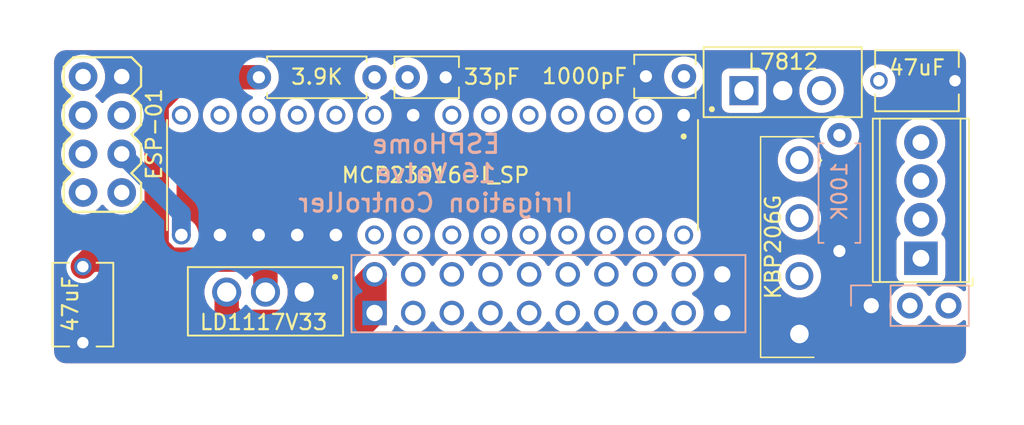
<source format=kicad_pcb>
(kicad_pcb (version 20171130) (host pcbnew "(5.1.12)-1")
  (layers (0 F.Cu signal) (1 In1.Cu signal) (2 In2.Cu signal) (31 B.Cu signal) (34 B.Paste user hide) (35 F.Paste user hide) (36 B.SilkS user) (37 F.SilkS user) (38 B.Mask user hide) (39 F.Mask user hide) (44 Edge.Cuts user))
  (net 0 "")
  (net 1 GND)
  (net 2 "Net-(BR1-Pad3)")
  (net 3 "Net-(BR1-Pad2)")
  (net 4 +24V)
  (net 5 "Net-(C2-Pad1)")
  (net 6 +5V)
  (net 7 "Net-(C4-Pad1)")
  (net 8 D16)
  (net 9 D15)
  (net 10 D14)
  (net 11 D13)
  (net 12 D12)
  (net 13 D11)
  (net 14 D10)
  (net 15 D9)
  (net 16 D8)
  (net 17 D7)
  (net 18 D6)
  (net 19 D5)
  (net 20 D4)
  (net 21 D3)
  (net 22 D2)
  (net 23 D1)
  (net 24 +3V3)
  (net 25 GPIO0)
  (net 26 GPIO2)
  (module "SnapEDA Library:ESP-01" (layer F.Cu) (at 122.301 119.333 270)
    (fp_text reference U3)
    (fp_text value ESP-01 (at -0.033 -3.399 90) (layer F.SilkS))
    (fp_line (start -4.445 2.54) (end -3.175 2.54) (layer F.SilkS) (width 0.1524))
    (fp_line (start -1.905 2.54) (end -0.635 2.54) (layer F.SilkS) (width 0.1524))
    (fp_line (start 0.635 2.54) (end 1.905 2.54) (layer F.SilkS) (width 0.1524))
    (fp_line (start 3.175 2.54) (end 4.445 2.54) (layer F.SilkS) (width 0.1524))
    (fp_line (start 5.08 -1.905) (end 5.08 1.905) (layer F.SilkS) (width 0.1524))
    (fp_line (start 4.445 -2.54) (end 5.08 -1.905) (layer F.SilkS) (width 0.1524))
    (fp_line (start 3.175 -2.54) (end 4.445 -2.54) (layer F.SilkS) (width 0.1524))
    (fp_line (start 2.54 -1.905) (end 3.175 -2.54) (layer F.SilkS) (width 0.1524))
    (fp_line (start 1.905 -2.54) (end 2.54 -1.905) (layer F.SilkS) (width 0.1524))
    (fp_line (start 0.635 -2.54) (end 1.905 -2.54) (layer F.SilkS) (width 0.1524))
    (fp_line (start 0 -1.905) (end 0.635 -2.54) (layer F.SilkS) (width 0.1524))
    (fp_line (start -0.635 -2.54) (end 0 -1.905) (layer F.SilkS) (width 0.1524))
    (fp_line (start -1.905 -2.54) (end -0.635 -2.54) (layer F.SilkS) (width 0.1524))
    (fp_line (start -2.54 -1.905) (end -1.905 -2.54) (layer F.SilkS) (width 0.1524))
    (fp_line (start -3.175 -2.54) (end -2.54 -1.905) (layer F.SilkS) (width 0.1524))
    (fp_line (start -4.445 -2.54) (end -3.175 -2.54) (layer F.SilkS) (width 0.1524))
    (fp_line (start -5.08 -1.905) (end -4.445 -2.54) (layer F.SilkS) (width 0.1524))
    (fp_line (start -5.08 1.905) (end -5.08 -1.905) (layer F.SilkS) (width 0.1524))
    (fp_line (start 4.445 2.54) (end 5.08 1.905) (layer F.SilkS) (width 0.1524))
    (fp_line (start 2.54 1.905) (end 3.175 2.54) (layer F.SilkS) (width 0.1524))
    (fp_line (start 1.905 2.54) (end 2.54 1.905) (layer F.SilkS) (width 0.1524))
    (fp_line (start 0 1.905) (end 0.635 2.54) (layer F.SilkS) (width 0.1524))
    (fp_line (start -0.635 2.54) (end 0 1.905) (layer F.SilkS) (width 0.1524))
    (fp_line (start -2.54 1.905) (end -1.905 2.54) (layer F.SilkS) (width 0.1524))
    (fp_line (start -3.175 2.54) (end -2.54 1.905) (layer F.SilkS) (width 0.1524))
    (fp_line (start -5.08 1.905) (end -4.445 2.54) (layer F.SilkS) (width 0.1524))
    (pad 8 thru_hole circle (at 3.81 -1.27 270) (size 1.8796 1.8796) (drill 1.016) (layers *.Cu *.Mask))
    (pad 7 thru_hole circle (at 3.81 1.27 270) (size 1.8796 1.8796) (drill 1.016) (layers *.Cu *.Mask) (net 24 +3V3))
    (pad 6 thru_hole circle (at 1.27 -1.27 270) (size 1.8796 1.8796) (drill 1.016) (layers *.Cu *.Mask) (net 25 GPIO0))
    (pad 5 thru_hole circle (at 1.27 1.27 270) (size 1.8796 1.8796) (drill 1.016) (layers *.Cu *.Mask))
    (pad 4 thru_hole circle (at -1.27 -1.27 270) (size 1.8796 1.8796) (drill 1.016) (layers *.Cu *.Mask) (net 26 GPIO2))
    (pad 3 thru_hole circle (at -1.27 1.27 270) (size 1.8796 1.8796) (drill 1.016) (layers *.Cu *.Mask) (net 24 +3V3))
    (pad 2 thru_hole circle (at -3.81 -1.27 270) (size 1.8796 1.8796) (drill 1.016) (layers *.Cu *.Mask) (net 1 GND))
    (pad 1 thru_hole circle (at -3.81 1.27 270) (size 1.8796 1.8796) (drill 1.016) (layers *.Cu *.Mask))
  )
  (module "SnapEDA Library:CAP_RDEC71E476MWK1H03B" (layer F.Cu) (at 121.01576 130.51536 90)
    (fp_text reference C3)
    (fp_text value 47uF (at 0.03556 -0.82296 90) (layer F.SilkS))
    (fp_line (start 2.75 2) (end -2.75 2) (layer F.SilkS) (width 0.127))
    (fp_line (start 2.75 -2) (end -2.75 -2) (layer F.SilkS) (width 0.127))
    (fp_line (start -2.75 -2) (end -2.75 -0.9) (layer F.SilkS) (width 0.127))
    (fp_line (start -2.75 0.9) (end -2.75 2) (layer F.SilkS) (width 0.127))
    (fp_line (start 2.75 -2) (end 2.75 -0.9) (layer F.SilkS) (width 0.127))
    (fp_line (start 2.75 0.9) (end 2.75 2) (layer F.SilkS) (width 0.127))
    (pad 2 thru_hole circle (at 2.5 0 90) (size 1.15 1.15) (drill 0.75) (layers *.Cu *.Mask) (net 24 +3V3))
    (pad 1 thru_hole circle (at -2.5 0 90) (size 1.15 1.15) (drill 0.75) (layers *.Cu *.Mask) (net 1 GND))
  )
  (module "SnapEDA Library:CAP_RDEC71E476MWK1H03B" (layer F.Cu) (at 175.8442 115.7986)
    (fp_text reference C2)
    (fp_text value 47uF (at 0 -0.8636) (layer F.SilkS))
    (fp_line (start 2.75 2) (end -2.75 2) (layer F.SilkS) (width 0.127))
    (fp_line (start 2.75 -2) (end -2.75 -2) (layer F.SilkS) (width 0.127))
    (fp_line (start -2.75 -2) (end -2.75 -0.9) (layer F.SilkS) (width 0.127))
    (fp_line (start -2.75 0.9) (end -2.75 2) (layer F.SilkS) (width 0.127))
    (fp_line (start 2.75 -2) (end 2.75 -0.9) (layer F.SilkS) (width 0.127))
    (fp_line (start 2.75 0.9) (end 2.75 2) (layer F.SilkS) (width 0.127))
    (pad 2 thru_hole circle (at 2.5 0) (size 1.15 1.15) (drill 0.75) (layers *.Cu *.Mask) (net 1 GND))
    (pad 1 thru_hole circle (at -2.5 0) (size 1.15 1.15) (drill 0.75) (layers *.Cu *.Mask) (net 5 "Net-(C2-Pad1)"))
  )
  (module "SnapEDA Library:SULLINS_PPPC102LFBN-RC" (layer B.Cu) (at 151.62 129.794 180)
    (fp_text reference J3 hide)
    (fp_text value "Relay Board" hide)
    (fp_line (start 12.95 2.54) (end -12.95 2.54) (layer B.SilkS) (width 0.127))
    (fp_line (start 12.95 -2.54) (end 12.95 2.54) (layer B.SilkS) (width 0.127))
    (fp_line (start -12.95 -2.54) (end 12.95 -2.54) (layer B.SilkS) (width 0.127))
    (fp_line (start -12.95 2.54) (end -12.95 -2.54) (layer B.SilkS) (width 0.127))
    (pad 20 thru_hole circle (at -11.43 1.27 180) (size 1.605 1.605) (drill 1.07) (layers *.Cu *.Mask) (net 1 GND))
    (pad 19 thru_hole circle (at -11.43 -1.27 180) (size 1.605 1.605) (drill 1.07) (layers *.Cu *.Mask) (net 1 GND))
    (pad 18 thru_hole circle (at -8.89 1.27 180) (size 1.605 1.605) (drill 1.07) (layers *.Cu *.Mask) (net 8 D16))
    (pad 17 thru_hole circle (at -8.89 -1.27 180) (size 1.605 1.605) (drill 1.07) (layers *.Cu *.Mask) (net 16 D8))
    (pad 16 thru_hole circle (at -6.35 1.27 180) (size 1.605 1.605) (drill 1.07) (layers *.Cu *.Mask) (net 9 D15))
    (pad 15 thru_hole circle (at -6.35 -1.27 180) (size 1.605 1.605) (drill 1.07) (layers *.Cu *.Mask) (net 17 D7))
    (pad 14 thru_hole circle (at -3.81 1.27 180) (size 1.605 1.605) (drill 1.07) (layers *.Cu *.Mask) (net 10 D14))
    (pad 13 thru_hole circle (at -3.81 -1.27 180) (size 1.605 1.605) (drill 1.07) (layers *.Cu *.Mask) (net 18 D6))
    (pad 12 thru_hole circle (at -1.27 1.27 180) (size 1.605 1.605) (drill 1.07) (layers *.Cu *.Mask) (net 11 D13))
    (pad 11 thru_hole circle (at -1.27 -1.27 180) (size 1.605 1.605) (drill 1.07) (layers *.Cu *.Mask) (net 19 D5))
    (pad 10 thru_hole circle (at 1.27 1.27 180) (size 1.605 1.605) (drill 1.07) (layers *.Cu *.Mask) (net 12 D12))
    (pad 9 thru_hole circle (at 1.27 -1.27 180) (size 1.605 1.605) (drill 1.07) (layers *.Cu *.Mask) (net 20 D4))
    (pad 8 thru_hole circle (at 3.81 1.27 180) (size 1.605 1.605) (drill 1.07) (layers *.Cu *.Mask) (net 13 D11))
    (pad 7 thru_hole circle (at 3.81 -1.27 180) (size 1.605 1.605) (drill 1.07) (layers *.Cu *.Mask) (net 21 D3))
    (pad 6 thru_hole circle (at 6.35 1.27 180) (size 1.605 1.605) (drill 1.07) (layers *.Cu *.Mask) (net 14 D10))
    (pad 5 thru_hole circle (at 6.35 -1.27 180) (size 1.605 1.605) (drill 1.07) (layers *.Cu *.Mask) (net 22 D2))
    (pad 4 thru_hole circle (at 8.89 1.27 180) (size 1.605 1.605) (drill 1.07) (layers *.Cu *.Mask) (net 15 D9))
    (pad 3 thru_hole circle (at 8.89 -1.27 180) (size 1.605 1.605) (drill 1.07) (layers *.Cu *.Mask) (net 23 D1))
    (pad 2 thru_hole circle (at 11.43 1.27 180) (size 1.605 1.605) (drill 1.07) (layers *.Cu *.Mask) (net 6 +5V))
    (pad 1 thru_hole rect (at 11.43 -1.27 180) (size 1.605 1.605) (drill 1.07) (layers *.Cu *.Mask) (net 6 +5V))
  )
  (module "SnapEDA Library:TO255P1020X450X1968-3" (layer F.Cu) (at 133.0198 130.29692 180)
    (fp_text reference U4 hide)
    (fp_text value LD1117V33 (at 0.11938 -1.3716 180) (layer F.SilkS))
    (fp_line (start -5.1 2.25) (end -5.1 -2.25) (layer F.SilkS) (width 0.127))
    (fp_line (start -5.1 -2.25) (end 5.1 -2.25) (layer F.SilkS) (width 0.127))
    (fp_line (start 5.1 2.25) (end -5.1 2.25) (layer F.SilkS) (width 0.127))
    (fp_line (start 5.1 -2.25) (end 5.1 2.25) (layer F.SilkS) (width 0.127))
    (fp_circle (center -4.572 1.6002) (end -4.472 1.6002) (layer F.SilkS) (width 0.2))
    (pad 1 thru_hole rect (at -2.55 0.605 180) (size 1.91 1.91) (drill 1.27) (layers *.Cu *.Mask) (net 1 GND))
    (pad 2 thru_hole circle (at 0 0.605 180) (size 1.91 1.91) (drill 1.27) (layers *.Cu *.Mask) (net 24 +3V3))
    (pad 3 thru_hole circle (at 2.55 0.605 180) (size 1.91 1.91) (drill 1.27) (layers *.Cu *.Mask) (net 6 +5V))
  )
  (module "SnapEDA Library:DIP787W46P254L3467H508Q28" (layer F.Cu) (at 144 122 270)
    (fp_text reference U5)
    (fp_text value MCP23016-I_SP (at 0 -0.2 180) (layer F.SilkS))
    (fp_circle (center -2.54 -16.51) (end -2.44 -16.51) (layer F.SilkS) (width 0.2))
    (fp_line (start -3.62 17.45) (end 3.62 17.45) (layer F.SilkS) (width 0.127))
    (fp_line (start -3.62 -17.45) (end 3.62 -17.45) (layer F.SilkS) (width 0.127))
    (pad 28 thru_hole circle (at 3.937 -16.51 270) (size 1.243 1.243) (drill 0.83) (layers *.Cu *.Mask) (net 8 D16))
    (pad 27 thru_hole circle (at 3.937 -13.97 270) (size 1.243 1.243) (drill 0.83) (layers *.Cu *.Mask) (net 9 D15))
    (pad 26 thru_hole circle (at 3.937 -11.43 270) (size 1.243 1.243) (drill 0.83) (layers *.Cu *.Mask) (net 10 D14))
    (pad 25 thru_hole circle (at 3.937 -8.89 270) (size 1.243 1.243) (drill 0.83) (layers *.Cu *.Mask) (net 11 D13))
    (pad 24 thru_hole circle (at 3.937 -6.35 270) (size 1.243 1.243) (drill 0.83) (layers *.Cu *.Mask) (net 12 D12))
    (pad 23 thru_hole circle (at 3.937 -3.81 270) (size 1.243 1.243) (drill 0.83) (layers *.Cu *.Mask) (net 13 D11))
    (pad 22 thru_hole circle (at 3.937 -1.27 270) (size 1.243 1.243) (drill 0.83) (layers *.Cu *.Mask) (net 14 D10))
    (pad 21 thru_hole circle (at 3.937 1.27 270) (size 1.243 1.243) (drill 0.83) (layers *.Cu *.Mask) (net 15 D9))
    (pad 20 thru_hole circle (at 3.937 3.81 270) (size 1.243 1.243) (drill 0.83) (layers *.Cu *.Mask) (net 24 +3V3))
    (pad 19 thru_hole circle (at 3.937 6.35 270) (size 1.243 1.243) (drill 0.83) (layers *.Cu *.Mask) (net 1 GND))
    (pad 18 thru_hole circle (at 3.937 8.89 270) (size 1.243 1.243) (drill 0.83) (layers *.Cu *.Mask) (net 1 GND))
    (pad 17 thru_hole circle (at 3.937 11.43 270) (size 1.243 1.243) (drill 0.83) (layers *.Cu *.Mask) (net 1 GND))
    (pad 16 thru_hole circle (at 3.937 13.97 270) (size 1.243 1.243) (drill 0.83) (layers *.Cu *.Mask) (net 1 GND))
    (pad 15 thru_hole circle (at 3.937 16.51 270) (size 1.243 1.243) (drill 0.83) (layers *.Cu *.Mask) (net 25 GPIO0))
    (pad 14 thru_hole circle (at -3.937 16.51 270) (size 1.243 1.243) (drill 0.83) (layers *.Cu *.Mask) (net 26 GPIO2))
    (pad 13 thru_hole circle (at -3.937 13.97 270) (size 1.243 1.243) (drill 0.83) (layers *.Cu *.Mask) (net 20 D4))
    (pad 12 thru_hole circle (at -3.937 11.43 270) (size 1.243 1.243) (drill 0.83) (layers *.Cu *.Mask) (net 21 D3))
    (pad 11 thru_hole circle (at -3.937 8.89 270) (size 1.243 1.243) (drill 0.83) (layers *.Cu *.Mask) (net 22 D2))
    (pad 10 thru_hole circle (at -3.937 6.35 270) (size 1.243 1.243) (drill 0.83) (layers *.Cu *.Mask))
    (pad 9 thru_hole circle (at -3.937 3.81 270) (size 1.243 1.243) (drill 0.83) (layers *.Cu *.Mask) (net 7 "Net-(C4-Pad1)"))
    (pad 8 thru_hole circle (at -3.937 1.27 270) (size 1.243 1.243) (drill 0.83) (layers *.Cu *.Mask) (net 1 GND))
    (pad 7 thru_hole circle (at -3.937 -1.27 270) (size 1.243 1.243) (drill 0.83) (layers *.Cu *.Mask) (net 23 D1))
    (pad 6 thru_hole circle (at -3.937 -3.81 270) (size 1.243 1.243) (drill 0.83) (layers *.Cu *.Mask))
    (pad 5 thru_hole circle (at -3.937 -6.35 270) (size 1.243 1.243) (drill 0.83) (layers *.Cu *.Mask) (net 16 D8))
    (pad 4 thru_hole circle (at -3.937 -8.89 270) (size 1.243 1.243) (drill 0.83) (layers *.Cu *.Mask) (net 17 D7))
    (pad 3 thru_hole circle (at -3.937 -11.43 270) (size 1.243 1.243) (drill 0.83) (layers *.Cu *.Mask) (net 18 D6))
    (pad 2 thru_hole circle (at -3.937 -13.97 270) (size 1.243 1.243) (drill 0.83) (layers *.Cu *.Mask) (net 19 D5))
    (pad 1 thru_hole rect (at -3.937 -16.51 270) (size 1.243 1.243) (drill 0.83) (layers *.Cu *.Mask) (net 1 GND))
  )
  (module "SnapEDA Library:TO255P1040X460X1968-3" (layer F.Cu) (at 164.47008 116.44884)
    (fp_text reference U1)
    (fp_text value L7812 (at 2.5715 -1.894 180) (layer F.SilkS))
    (fp_circle (center -2.1082 1.2192) (end -2.0082 1.2192) (layer F.SilkS) (width 0.2))
    (fp_line (start 7.75 1.74) (end -2.65 1.74) (layer F.SilkS) (width 0.127))
    (fp_line (start 7.75 -2.86) (end 7.75 1.74) (layer F.SilkS) (width 0.127))
    (fp_line (start -2.65 -2.86) (end 7.75 -2.86) (layer F.SilkS) (width 0.127))
    (fp_line (start -2.65 1.74) (end -2.65 -2.86) (layer F.SilkS) (width 0.127))
    (pad 3 thru_hole circle (at 5.1 0) (size 1.91 1.91) (drill 1.27) (layers *.Cu *.Mask) (net 5 "Net-(C2-Pad1)"))
    (pad 2 thru_hole circle (at 2.55 0) (size 1.91 1.91) (drill 1.27) (layers *.Cu *.Mask) (net 1 GND))
    (pad 1 thru_hole rect (at 0 0) (size 1.91 1.91) (drill 1.27) (layers *.Cu *.Mask) (net 4 +24V))
  )
  (module TerminalBlock_Phoenix:TerminalBlock_Phoenix_MPT-0,5-4-2.54_1x04_P2.54mm_Horizontal (layer F.Cu) (at 176.10328 127.46736 90)
    (fp_text reference J1 hide)
    (fp_text value "AC In/Out" hide)
    (fp_line (start -1.56 2.6) (end 9.18 2.6) (layer F.SilkS) (width 0.12))
    (fp_line (start -1.56 -2.7) (end 9.18 -2.7) (layer F.SilkS) (width 0.12))
    (fp_line (start -1.56 -3.16) (end 9.18 -3.16) (layer F.SilkS) (width 0.12))
    (fp_line (start -1.56 3.16) (end 9.18 3.16) (layer F.SilkS) (width 0.12))
    (fp_line (start -1.56 -3.16) (end -1.56 3.16) (layer F.SilkS) (width 0.12))
    (fp_line (start 9.18 -3.16) (end 9.18 3.16) (layer F.SilkS) (width 0.12))
    (fp_line (start -1.8 2.66) (end -1.8 3.4) (layer F.SilkS) (width 0.12))
    (fp_line (start -1.8 3.4) (end -1.3 3.4) (layer F.SilkS) (width 0.12))
    (pad 4 thru_hole circle (at 7.62 0 90) (size 2.2 2.2) (drill 1.1) (layers *.Cu *.Mask) (net 3 "Net-(BR1-Pad2)"))
    (pad 3 thru_hole circle (at 5.08 0 90) (size 2.2 2.2) (drill 1.1) (layers *.Cu *.Mask) (net 2 "Net-(BR1-Pad3)"))
    (pad 2 thru_hole circle (at 2.54 0 90) (size 2.2 2.2) (drill 1.1) (layers *.Cu *.Mask) (net 3 "Net-(BR1-Pad2)"))
    (pad 1 thru_hole rect (at 0 0 90) (size 2.2 2.2) (drill 1.1) (layers *.Cu *.Mask) (net 2 "Net-(BR1-Pad3)"))
  )
  (module Capacitor_THT:C_Disc_D3.8mm_W2.6mm_P2.50mm (layer F.Cu) (at 160.528 115.5065 180)
    (fp_text reference C1)
    (fp_text value 1000pF (at 6.528 0.0065 180) (layer F.SilkS))
    (fp_line (start -0.77 -1.42) (end 3.27 -1.42) (layer F.SilkS) (width 0.12))
    (fp_line (start -0.77 1.42) (end 3.27 1.42) (layer F.SilkS) (width 0.12))
    (fp_line (start -0.77 -1.42) (end -0.77 -0.795) (layer F.SilkS) (width 0.12))
    (fp_line (start -0.77 0.795) (end -0.77 1.42) (layer F.SilkS) (width 0.12))
    (fp_line (start 3.27 -1.42) (end 3.27 -0.795) (layer F.SilkS) (width 0.12))
    (fp_line (start 3.27 0.795) (end 3.27 1.42) (layer F.SilkS) (width 0.12))
    (pad 2 thru_hole circle (at 2.5 0 180) (size 1.6 1.6) (drill 0.8) (layers *.Cu *.Mask) (net 1 GND))
    (pad 1 thru_hole circle (at 0 0 180) (size 1.6 1.6) (drill 0.8) (layers *.Cu *.Mask) (net 4 +24V))
  )
  (module Resistor_THT:R_Axial_DIN0207_L6.3mm_D2.5mm_P7.62mm_Horizontal (layer F.Cu) (at 132.588 115.57)
    (fp_text reference R2)
    (fp_text value 3.9K (at 3.812 -0.03) (layer F.SilkS))
    (fp_line (start 7.08 1.37) (end 7.08 1.04) (layer F.SilkS) (width 0.12))
    (fp_line (start 0.54 1.37) (end 7.08 1.37) (layer F.SilkS) (width 0.12))
    (fp_line (start 0.54 1.04) (end 0.54 1.37) (layer F.SilkS) (width 0.12))
    (fp_line (start 7.08 -1.37) (end 7.08 -1.04) (layer F.SilkS) (width 0.12))
    (fp_line (start 0.54 -1.37) (end 7.08 -1.37) (layer F.SilkS) (width 0.12))
    (fp_line (start 0.54 -1.04) (end 0.54 -1.37) (layer F.SilkS) (width 0.12))
    (pad 2 thru_hole oval (at 7.602 0) (size 1.6 1.6) (drill 0.8) (layers *.Cu *.Mask) (net 7 "Net-(C4-Pad1)"))
    (pad 1 thru_hole circle (at 0 0) (size 1.6 1.6) (drill 0.8) (layers *.Cu *.Mask) (net 24 +3V3))
  )
  (module Resistor_THT:R_Axial_DIN0207_L6.3mm_D2.5mm_P7.62mm_Horizontal (layer B.Cu) (at 170.74642 119.37238 270)
    (fp_text reference R1 hide)
    (fp_text value 100K (at 3.7 -0.004 90) (layer B.SilkS) (effects (justify mirror)))
    (fp_line (start 0.54 1.04) (end 0.54 1.37) (layer B.SilkS) (width 0.12))
    (fp_line (start 0.54 1.37) (end 7.08 1.37) (layer B.SilkS) (width 0.12))
    (fp_line (start 7.08 1.37) (end 7.08 1.04) (layer B.SilkS) (width 0.12))
    (fp_line (start 0.54 -1.04) (end 0.54 -1.37) (layer B.SilkS) (width 0.12))
    (fp_line (start 0.54 -1.37) (end 7.08 -1.37) (layer B.SilkS) (width 0.12))
    (fp_line (start 7.08 -1.37) (end 7.08 -1.04) (layer B.SilkS) (width 0.12))
    (pad 1 thru_hole circle (at 0 0 270) (size 1.6 1.6) (drill 0.8) (layers *.Cu *.Mask) (net 4 +24V))
    (pad 2 thru_hole oval (at 7.62 0 270) (size 1.6 1.6) (drill 0.8) (layers *.Cu *.Mask) (net 1 GND))
  )
  (module Connector_PinHeader_2.54mm:PinHeader_1x03_P2.54mm_Vertical (layer B.Cu) (at 172.83938 130.5814 270)
    (fp_text reference J2 hide)
    (fp_text value "Relay Board" hide)
    (fp_line (start -1.33 1.33) (end 0 1.33) (layer B.SilkS) (width 0.12))
    (fp_line (start -1.33 0) (end -1.33 1.33) (layer B.SilkS) (width 0.12))
    (fp_line (start -1.33 -1.27) (end 1.33 -1.27) (layer B.SilkS) (width 0.12))
    (fp_line (start 1.33 -1.27) (end 1.33 -6.41) (layer B.SilkS) (width 0.12))
    (fp_line (start -1.33 -1.27) (end -1.33 -6.41) (layer B.SilkS) (width 0.12))
    (fp_line (start -1.33 -6.41) (end 1.33 -6.41) (layer B.SilkS) (width 0.12))
    (pad 3 thru_hole oval (at 0 -5.08 270) (size 1.7 1.7) (drill 1) (layers *.Cu *.Mask) (net 5 "Net-(C2-Pad1)"))
    (pad 2 thru_hole oval (at 0 -2.54 270) (size 1.7 1.7) (drill 1) (layers *.Cu *.Mask))
    (pad 1 thru_hole rect (at 0 0 270) (size 1.7 1.7) (drill 1) (layers *.Cu *.Mask) (net 1 GND))
  )
  (module Capacitor_THT:C_Rect_L4.0mm_W2.5mm_P2.50mm (layer F.Cu) (at 142.367 115.57)
    (fp_text reference C4)
    (fp_text value 33pF (at 5.533 -0.03) (layer F.SilkS))
    (fp_line (start 3.37 0.665) (end 3.37 1.37) (layer F.SilkS) (width 0.12))
    (fp_line (start 3.37 -1.37) (end 3.37 -0.665) (layer F.SilkS) (width 0.12))
    (fp_line (start -0.87 0.665) (end -0.87 1.37) (layer F.SilkS) (width 0.12))
    (fp_line (start -0.87 -1.37) (end -0.87 -0.665) (layer F.SilkS) (width 0.12))
    (fp_line (start -0.87 1.37) (end 3.37 1.37) (layer F.SilkS) (width 0.12))
    (fp_line (start -0.87 -1.37) (end 3.37 -1.37) (layer F.SilkS) (width 0.12))
    (pad 2 thru_hole circle (at 2.5 0) (size 1.6 1.6) (drill 0.8) (layers *.Cu *.Mask) (net 1 GND))
    (pad 1 thru_hole circle (at 0 0) (size 1.6 1.6) (drill 0.8) (layers *.Cu *.Mask) (net 7 "Net-(C4-Pad1)"))
  )
  (module "SnapEDA Library:KBP206G" (layer F.Cu) (at 167.56634 126.72822 270)
    (fp_text reference BR1 hide)
    (fp_text value KBP206G (at 0 1.1765 90) (layer F.SilkS))
    (fp_line (start -5.7 -2) (end -5.7 -2) (layer F.SilkS) (width 0.1))
    (fp_line (start -5.7 -1.9) (end -5.7 -1.9) (layer F.SilkS) (width 0.1))
    (fp_line (start 7.25 2) (end 7.25 -1.5) (layer F.SilkS) (width 0.1))
    (fp_line (start -7.25 2) (end 7.25 2) (layer F.SilkS) (width 0.1))
    (fp_line (start -7.25 -1.5) (end -7.25 2) (layer F.SilkS) (width 0.1))
    (fp_arc (start -5.7 -1.95) (end -5.7 -1.9) (angle -180) (layer F.SilkS) (width 0.1))
    (fp_arc (start -5.7 -1.95) (end -5.7 -2) (angle -180) (layer F.SilkS) (width 0.1))
    (pad 4 thru_hole circle (at 5.715 -0.55 270) (size 1.83 1.83) (drill 1.22) (layers *.Cu *.Mask) (net 1 GND))
    (pad 3 thru_hole circle (at 1.905 -0.55 270) (size 1.83 1.83) (drill 1.22) (layers *.Cu *.Mask) (net 2 "Net-(BR1-Pad3)"))
    (pad 2 thru_hole circle (at -1.905 -0.55 270) (size 1.83 1.83) (drill 1.22) (layers *.Cu *.Mask) (net 3 "Net-(BR1-Pad2)"))
    (pad 1 thru_hole circle (at -5.715 -0.55 270) (size 1.83 1.83) (drill 1.22) (layers *.Cu *.Mask) (net 4 +24V))
  )
  (gr_text "ESPHome\n 16 Valve \nIrrigation Controller" (at 144.2212 121.8946) (layer B.SilkS) (effects (font (size 1.2 1.2) (thickness 0.2)) (justify mirror)))
  (gr_arc (start 119.888 114.554) (end 119.888 113.284) (angle -90) (layer Edge.Cuts) (width 0.00127))
  (gr_arc (start 119.888 133.604) (end 118.618 133.604) (angle -90) (layer Edge.Cuts) (width 0.00127))
  (gr_arc (start 178.308 133.604) (end 178.308 134.874) (angle -90) (layer Edge.Cuts) (width 0.00127))
  (gr_arc (start 178.308 114.554) (end 179.578 114.554) (angle -90) (layer Edge.Cuts) (width 0.00127))
  (gr_line (start 179.578 114.554) (end 179.578 133.604) (layer Edge.Cuts) (width 0.00127))
  (gr_line (start 119.888 113.284) (end 178.308 113.284) (layer Edge.Cuts) (width 0.00127))
  (gr_line (start 118.618 133.604) (end 118.618 114.554) (layer Edge.Cuts) (width 0.00127))
  (gr_line (start 178.308 134.874) (end 119.888 134.874) (layer Edge.Cuts) (width 0.00127))
  (segment (start 140.19 128.524) (end 140.19 131.064) (width 1.6) (layer F.Cu) (net 6))
  (segment (start 139.607079 131.646921) (end 140.19 131.064) (width 1.6) (layer F.Cu) (net 6))
  (segment (start 130.4698 131.042493) (end 131.074228 131.646921) (width 1.6) (layer F.Cu) (net 6))
  (segment (start 130.4698 129.69192) (end 130.4698 131.042493) (width 1.6) (layer F.Cu) (net 6))
  (segment (start 137.067079 131.646921) (end 137.054581 131.646921) (width 1.6) (layer F.Cu) (net 6))
  (segment (start 137.054581 131.646921) (end 139.607079 131.646921) (width 1.6) (layer F.Cu) (net 6))
  (segment (start 131.074228 131.646921) (end 137.054581 131.646921) (width 1.6) (layer F.Cu) (net 6))
  (segment (start 139.55522 131.064) (end 138.60261 130.11139) (width 1.6) (layer F.Cu) (net 6))
  (segment (start 140.19 131.064) (end 139.55522 131.064) (width 1.6) (layer F.Cu) (net 6))
  (segment (start 138.60261 130.11139) (end 137.067079 131.646921) (width 1.6) (layer F.Cu) (net 6))
  (segment (start 140.19 128.524) (end 138.60261 130.11139) (width 1.6) (layer F.Cu) (net 6))
  (segment (start 127.583178 115.57) (end 132.588 115.57) (width 1.6) (layer F.Cu) (net 24))
  (segment (start 125.868499 117.284679) (end 127.583178 115.57) (width 1.6) (layer F.Cu) (net 24))
  (segment (start 125.868499 126.715321) (end 125.868499 117.284679) (width 1.6) (layer F.Cu) (net 24))
  (segment (start 133.0198 128.341347) (end 133.0198 129.69192) (width 1.6) (layer F.Cu) (net 24))
  (segment (start 132.236954 127.558501) (end 133.0198 128.341347) (width 1.6) (layer F.Cu) (net 24))
  (segment (start 126.711679 127.558501) (end 132.236954 127.558501) (width 1.6) (layer F.Cu) (net 24))
  (segment (start 125.868499 126.715321) (end 126.711679 127.558501) (width 1.6) (layer F.Cu) (net 24))
  (segment (start 121.472619 127.558501) (end 121.01576 128.01536) (width 1.6) (layer F.Cu) (net 24))
  (segment (start 126.711679 127.558501) (end 121.472619 127.558501) (width 1.6) (layer F.Cu) (net 24))
  (segment (start 127.49 124.522) (end 123.571 120.603) (width 1.243) (layer B.Cu) (net 25))
  (segment (start 127.49 125.937) (end 127.49 124.522) (width 1.243) (layer B.Cu) (net 25))
  (zone (net 1) (net_name GND) (layer F.Cu) (connect_pads yes (clearance 0.508)) (min_thickness 0.254) (fill yes (arc_segments 32) (thermal_gap 0.508) (thermal_bridge_width 0.508))
    (polygon (pts (xy 182.88 138.43) (xy 115.57 138.43) (xy 115.57 110.49) (xy 182.88 110.49)))
  )
  (zone (net 1) (net_name GND) (layer B.Cu) (connect_pads yes (clearance 0.508)) (min_thickness 0.254) (fill yes (arc_segments 32) (thermal_gap 0.508) (thermal_bridge_width 0.508))
    (polygon (pts (xy 182.88 138.43) (xy 115.57 138.43) (xy 115.57 110.49) (xy 182.88 110.49)))
  )
)
</source>
